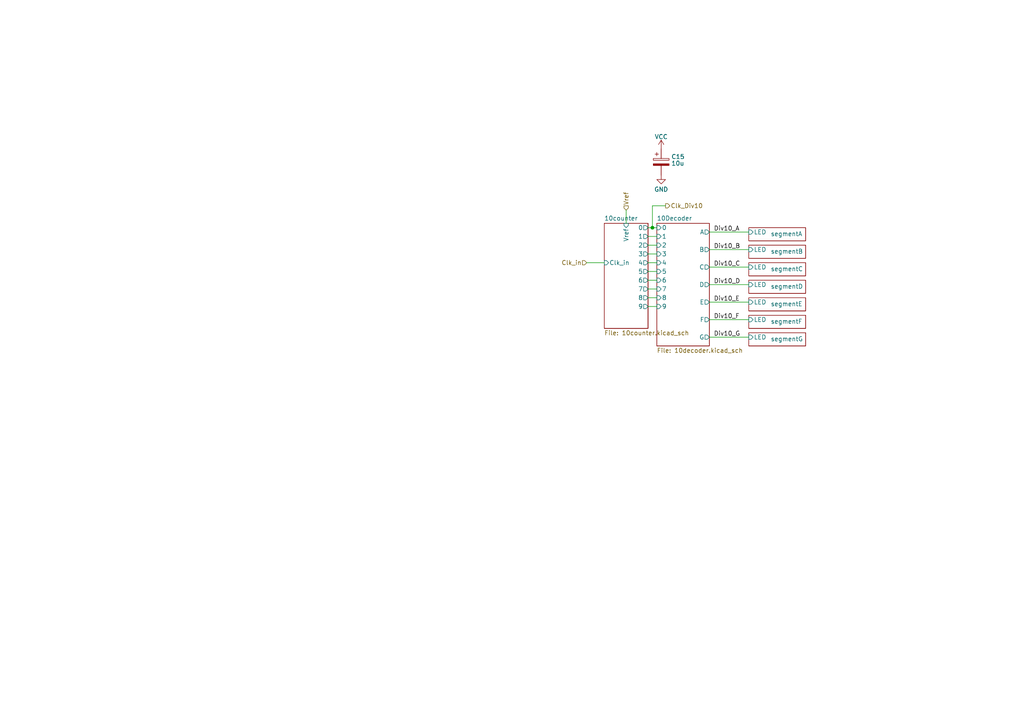
<source format=kicad_sch>
(kicad_sch (version 20231120) (generator "eeschema") (generator_version "8.0")
  (paper "A4")
  (lib_symbols
    (symbol "Device:C_Polarized" (pin_numbers hide) (pin_names (offset 0.254))
      (property "Reference" "C" (at 0.635 2.54 0))
      (property "Value" "C_Polarized" (at 0.635 -2.54 0))
      (symbol "C_Polarized_0_1"
        (rectangle (start -2.286 0.508) (end 2.286 1.016))
        (polyline (pts (xy -1.778 2.286) (xy -0.762 2.286)))
        (polyline (pts (xy -1.27 2.794) (xy -1.27 1.778)))
        (rectangle (start 2.286 -0.508) (end -2.286 -1.016) (fill (type outline)))
      )
      (symbol "C_Polarized_1_1"
        (pin passive line (at 0 3.81 270) (length 2.794) (name "~") (number "1"))
        (pin passive line (at 0 -3.81 90) (length 2.794) (name "~") (number "2"))
      )
    )
    (symbol "power:GND" (power) (pin_names (offset 0))
      (property "Value" "GND" (at 0 -3.81 0))
      (symbol "GND_0_1"
        (polyline (pts (xy 0 0) (xy 0 -1.27) (xy 1.27 -1.27) (xy 0 -2.54) (xy -1.27 -1.27) (xy 0 -1.27)))
      )
      (symbol "GND_1_1"
        (pin power_in line (at 0 0 270) (length 0) hide (name "GND") (number "1"))
      )
    )
    (symbol "power:VCC" (power) (pin_names (offset 0))
      (property "Value" "VCC" (at 0 3.81 0))
      (symbol "VCC_0_1"
        (polyline (pts (xy -0.762 1.27) (xy 0 2.54)))
        (polyline (pts (xy 0 0) (xy 0 2.54)))
        (polyline (pts (xy 0 2.54) (xy 0.762 1.27)))
      )
      (symbol "VCC_1_1"
        (pin power_in line (at 0 0 90) (length 0) hide (name "VCC") (number "1"))
      )
    )
  )
  (junction (at 189.23 66.04))
  (wire (pts (xy 181.61 60.96) (xy 181.61 64.77)))
  (wire (pts (xy 187.96 73.66) (xy 190.5 73.66)))
  (wire (pts (xy 205.74 67.31) (xy 217.17 67.31)))
  (wire (pts (xy 205.74 97.79) (xy 217.17 97.79)))
  (wire (pts (xy 187.96 81.28) (xy 190.5 81.28)))
  (wire (pts (xy 187.96 83.82) (xy 190.5 83.82)))
  (wire (pts (xy 205.74 92.71) (xy 217.17 92.71)))
  (wire (pts (xy 205.74 72.39) (xy 217.17 72.39)))
  (wire (pts (xy 187.96 68.58) (xy 190.5 68.58)))
  (wire (pts (xy 187.96 78.74) (xy 190.5 78.74)))
  (wire (pts (xy 187.96 88.9) (xy 190.5 88.9)))
  (wire (pts (xy 205.74 77.47) (xy 217.17 77.47)))
  (wire (pts (xy 170.18 76.2) (xy 175.26 76.2)))
  (wire (pts (xy 187.96 71.12) (xy 190.5 71.12)))
  (wire (pts (xy 187.96 86.36) (xy 190.5 86.36)))
  (wire (pts (xy 189.23 59.69) (xy 189.23 66.04)))
  (wire (pts (xy 187.96 66.04) (xy 189.23 66.04)))
  (wire (pts (xy 187.96 76.2) (xy 190.5 76.2)))
  (wire (pts (xy 205.74 82.55) (xy 217.17 82.55)))
  (wire (pts (xy 189.23 59.69) (xy 193.04 59.69)))
  (wire (pts (xy 205.74 87.63) (xy 217.17 87.63)))
  (wire (pts (xy 189.23 66.04) (xy 190.5 66.04)))
  (label "Div10_A" (at 207.01 67.31 0))
  (label "Div10_D" (at 207.01 82.55 0))
  (label "Div10_E" (at 207.01 87.63 0))
  (label "Div10_F" (at 207.01 92.71 0))
  (label "Div10_B" (at 207.01 72.39 0))
  (label "Div10_C" (at 207.01 77.47 0))
  (label "Div10_G" (at 207.01 97.79 0))
  (hierarchical_label "Clk_Div10" (shape output) (at 193.04 59.69 0))
  (hierarchical_label "Clk_in" (shape input) (at 170.18 76.2 180))
  (hierarchical_label "Vref" (shape input) (at 181.61 60.96 90))
  (symbol (lib_id "power:VCC") (at 191.77 43.18 0) (unit 1)
    (property "Reference" "#PWR054" (effects (hide yes)))
    (property "Value" "VCC" (at 191.77 39.6781 0))
    (instances (project "transistor_clock" (path "" (reference "#PWR054") (unit 1)) (path "" (reference "#PWR015") (unit 1))))
  )
  (symbol (lib_id "power:GND") (at 191.77 50.8 0) (unit 1)
    (property "Reference" "#PWR053" (effects (hide yes)))
    (property "Value" "GND" (at 191.77 54.9355 0))
    (instances (project "transistor_clock" (path "" (reference "#PWR053") (unit 1)) (path "" (reference "#PWR014") (unit 1))))
  )
  (symbol (lib_id "Device:C_Polarized") (at 191.77 46.99 0) (unit 1)
    (property "Reference" "C15" (at 194.691 45.4573 0) (effects (justify left)))
    (property "Value" "10u" (at 194.691 47.3783 0) (effects (justify left)))
    (property "Footprint" "Capacitor_SMD:C_0805_2012Metric" (effects (hide yes)))
    (property "Assembly" "True" (effects (hide yes)))
    (property "LCSC_PN" "C15850" (effects (hide yes)))
    (property "Price" "0.0105" (effects (hide yes)))
    (instances (project "transistor_clock" (path "" (reference "C15") (unit 1)) (path "" (reference "C2") (unit 1))))
  )
  (sheet (at 217.17 91.44) (size 16.51 3.81) (stroke (width 0.1524))
    (property "Sheetname" "segmentF" (at 223.52 93.98 0) (effects (justify left bottom)))
    (property "Sheetfile" "segment.kicad_sch" (effects (hide yes)))
    (pin "LED" input (at 217.17 92.71 180))
  )
  (sheet (at 217.17 71.12) (size 16.51 3.81) (stroke (width 0.1524))
    (property "Sheetname" "segmentB" (at 223.52 73.66 0) (effects (justify left bottom)))
    (property "Sheetfile" "segment.kicad_sch" (effects (hide yes)))
    (pin "LED" input (at 217.17 72.39 180))
  )
  (sheet (at 217.17 66.04) (size 16.51 3.81) (stroke (width 0.1524))
    (property "Sheetname" "segmentA" (at 223.52 68.58 0) (effects (justify left bottom)))
    (property "Sheetfile" "segment.kicad_sch" (effects (hide yes)))
    (pin "LED" input (at 217.17 67.31 180))
  )
  (sheet (at 217.17 96.52) (size 16.51 3.81) (stroke (width 0.1524))
    (property "Sheetname" "segmentG" (at 223.52 99.06 0) (effects (justify left bottom)))
    (property "Sheetfile" "segment.kicad_sch" (effects (hide yes)))
    (pin "LED" input (at 217.17 97.79 180))
  )
  (sheet (at 217.17 86.36) (size 16.51 3.81) (stroke (width 0.1524))
    (property "Sheetname" "segmentE" (at 223.52 88.9 0) (effects (justify left bottom)))
    (property "Sheetfile" "segment.kicad_sch" (effects (hide yes)))
    (pin "LED" input (at 217.17 87.63 180))
  )
  (sheet (at 217.17 76.2) (size 16.51 3.81) (stroke (width 0.1524))
    (property "Sheetname" "segmentC" (at 223.52 78.74 0) (effects (justify left bottom)))
    (property "Sheetfile" "segment.kicad_sch" (effects (hide yes)))
    (pin "LED" input (at 217.17 77.47 180))
  )
  (sheet (at 190.5 64.77) (size 15.24 35.56) (stroke (width 0.1524))
    (property "Sheetname" "10Decoder" (at 190.5 64.0584 0) (effects (justify left bottom)))
    (property "Sheetfile" "10decoder.kicad_sch" (at 190.5 100.9146 0) (effects (justify left top)))
    (pin "2" input (at 190.5 71.12 180))
    (pin "1" input (at 190.5 68.58 180))
    (pin "0" input (at 190.5 66.04 180))
    (pin "6" input (at 190.5 81.28 180))
    (pin "5" input (at 190.5 78.74 180))
    (pin "4" input (at 190.5 76.2 180))
    (pin "3" input (at 190.5 73.66 180))
    (pin "B" output (at 205.74 72.39 0))
    (pin "A" output (at 205.74 67.31 0))
    (pin "D" output (at 205.74 82.55 0))
    (pin "C" output (at 205.74 77.47 0))
    (pin "E" output (at 205.74 87.63 0))
    (pin "G" output (at 205.74 97.79 0))
    (pin "F" output (at 205.74 92.71 0))
    (pin "7" input (at 190.5 83.82 180))
    (pin "8" input (at 190.5 86.36 180))
    (pin "9" input (at 190.5 88.9 180))
  )
  (sheet (at 175.26 64.77) (size 12.7 30.48) (stroke (width 0.1524))
    (property "Sheetname" "10counter" (at 175.26 64.0584 0) (effects (justify left bottom)))
    (property "Sheetfile" "10counter.kicad_sch" (at 175.26 95.8346 0) (effects (justify left top)))
    (pin "Vref" input (at 181.61 64.77 90))
    (pin "1" output (at 187.96 68.58 0))
    (pin "0" output (at 187.96 66.04 0))
    (pin "Clk_in" input (at 175.26 76.2 180))
    (pin "3" output (at 187.96 73.66 0))
    (pin "2" output (at 187.96 71.12 0))
    (pin "5" output (at 187.96 78.74 0))
    (pin "4" output (at 187.96 76.2 0))
    (pin "6" output (at 187.96 81.28 0))
    (pin "7" output (at 187.96 83.82 0))
    (pin "8" output (at 187.96 86.36 0))
    (pin "9" output (at 187.96 88.9 0))
  )
  (sheet (at 217.17 81.28) (size 16.51 3.81) (stroke (width 0.1524))
    (property "Sheetname" "segmentD" (at 223.52 83.82 0) (effects (justify left bottom)))
    (property "Sheetfile" "segment.kicad_sch" (effects (hide yes)))
    (pin "LED" input (at 217.17 82.55 180))
  )
)
</source>
